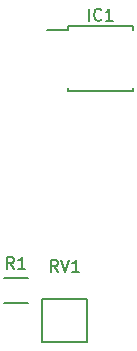
<source format=gbr>
G04 #@! TF.FileFunction,Legend,Top*
%FSLAX46Y46*%
G04 Gerber Fmt 4.6, Leading zero omitted, Abs format (unit mm)*
G04 Created by KiCad (PCBNEW 4.0.2+dfsg1-stable) date Thu 14 Apr 2016 07:39:57 AM EDT*
%MOMM*%
G01*
G04 APERTURE LIST*
%ADD10C,0.150000*%
G04 APERTURE END LIST*
D10*
X13608000Y-7017000D02*
X9808000Y-7017000D01*
X13608000Y-3417000D02*
X13608000Y-7017000D01*
X9808000Y-3417000D02*
X13608000Y-3417000D01*
X9808000Y-7017000D02*
X9808000Y-3417000D01*
X12006000Y19700000D02*
X12006000Y19400000D01*
X17506000Y19700000D02*
X17506000Y19400000D01*
X17506000Y14190000D02*
X17506000Y14490000D01*
X12006000Y14190000D02*
X12006000Y14490000D01*
X12006000Y19700000D02*
X17506000Y19700000D01*
X12006000Y14190000D02*
X17506000Y14190000D01*
X12006000Y19400000D02*
X10256000Y19400000D01*
X8600000Y-3775000D02*
X6600000Y-3775000D01*
X6600000Y-1625000D02*
X8600000Y-1625000D01*
X11138162Y-1097381D02*
X10804828Y-621190D01*
X10566733Y-1097381D02*
X10566733Y-97381D01*
X10947686Y-97381D01*
X11042924Y-145000D01*
X11090543Y-192619D01*
X11138162Y-287857D01*
X11138162Y-430714D01*
X11090543Y-525952D01*
X11042924Y-573571D01*
X10947686Y-621190D01*
X10566733Y-621190D01*
X11423876Y-97381D02*
X11757209Y-1097381D01*
X12090543Y-97381D01*
X12947686Y-1097381D02*
X12376257Y-1097381D01*
X12661971Y-1097381D02*
X12661971Y-97381D01*
X12566733Y-240238D01*
X12471495Y-335476D01*
X12376257Y-383095D01*
X13779810Y20172619D02*
X13779810Y21172619D01*
X14827429Y20267857D02*
X14779810Y20220238D01*
X14636953Y20172619D01*
X14541715Y20172619D01*
X14398857Y20220238D01*
X14303619Y20315476D01*
X14256000Y20410714D01*
X14208381Y20601190D01*
X14208381Y20744048D01*
X14256000Y20934524D01*
X14303619Y21029762D01*
X14398857Y21125000D01*
X14541715Y21172619D01*
X14636953Y21172619D01*
X14779810Y21125000D01*
X14827429Y21077381D01*
X15779810Y20172619D02*
X15208381Y20172619D01*
X15494095Y20172619D02*
X15494095Y21172619D01*
X15398857Y21029762D01*
X15303619Y20934524D01*
X15208381Y20886905D01*
X7433334Y-852381D02*
X7100000Y-376190D01*
X6861905Y-852381D02*
X6861905Y147619D01*
X7242858Y147619D01*
X7338096Y100000D01*
X7385715Y52381D01*
X7433334Y-42857D01*
X7433334Y-185714D01*
X7385715Y-280952D01*
X7338096Y-328571D01*
X7242858Y-376190D01*
X6861905Y-376190D01*
X8385715Y-852381D02*
X7814286Y-852381D01*
X8100000Y-852381D02*
X8100000Y147619D01*
X8004762Y4762D01*
X7909524Y-90476D01*
X7814286Y-138095D01*
M02*

</source>
